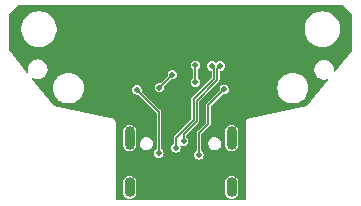
<source format=gbl>
%TF.GenerationSoftware,KiCad,Pcbnew,7.0.8*%
%TF.CreationDate,2023-10-15T21:47:16+02:00*%
%TF.ProjectId,usb-board,7573622d-626f-4617-9264-2e6b69636164,rev?*%
%TF.SameCoordinates,Original*%
%TF.FileFunction,Copper,L2,Bot*%
%TF.FilePolarity,Positive*%
%FSLAX46Y46*%
G04 Gerber Fmt 4.6, Leading zero omitted, Abs format (unit mm)*
G04 Created by KiCad (PCBNEW 7.0.8) date 2023-10-15 21:47:16*
%MOMM*%
%LPD*%
G01*
G04 APERTURE LIST*
%TA.AperFunction,ComponentPad*%
%ADD10O,0.900000X2.000000*%
%TD*%
%TA.AperFunction,ComponentPad*%
%ADD11O,0.900000X1.700000*%
%TD*%
%TA.AperFunction,ViaPad*%
%ADD12C,0.500000*%
%TD*%
%TA.AperFunction,Conductor*%
%ADD13C,0.127000*%
%TD*%
G04 APERTURE END LIST*
D10*
%TO.P,J2,S1,SHIELD*%
%TO.N,Net-(J2-SHIELD)*%
X95680000Y-104230000D03*
D11*
X95680000Y-108400000D03*
D10*
X104320000Y-104230000D03*
D11*
X104320000Y-108400000D03*
%TD*%
D12*
%TO.N,GND*%
X105900000Y-97600000D03*
X95200000Y-102800000D03*
X101525000Y-96700000D03*
X95890000Y-95110000D03*
X103600000Y-105400000D03*
X105175000Y-94225000D03*
X95850000Y-96675000D03*
X94825000Y-94250000D03*
X94850000Y-95125000D03*
X95800000Y-102300000D03*
X95900000Y-94225000D03*
X105175000Y-95100000D03*
X104650000Y-95575000D03*
X103750000Y-96725000D03*
X96400000Y-105400000D03*
X100000000Y-101800000D03*
X106800000Y-98500000D03*
X95650000Y-99900000D03*
X104102500Y-95135000D03*
X95375000Y-95575000D03*
X104100000Y-94235000D03*
X94650000Y-100700000D03*
X93600000Y-99900000D03*
X104275000Y-97425000D03*
X96750000Y-98125000D03*
X104400000Y-102700000D03*
X94650000Y-99100000D03*
X103700000Y-102400000D03*
X102500000Y-96700000D03*
X95725000Y-97425000D03*
X105500000Y-99300000D03*
%TO.N,Net-(D1-A)*%
X99300000Y-98850000D03*
X98200000Y-99950000D03*
%TO.N,Net-(D2-A)*%
X101250000Y-99500000D03*
X101250000Y-98050000D03*
%TO.N,Net-(J3-Pin_3)*%
X99600000Y-105050000D03*
X102650000Y-98125000D03*
%TO.N,Net-(J2-CC1)*%
X98150000Y-105500000D03*
X96300000Y-100150000D03*
%TO.N,Net-(J2-CC2)*%
X103700000Y-100100000D03*
X101550000Y-105650000D03*
%TO.N,Net-(J3-Pin_2)*%
X103350000Y-98125000D03*
X100250000Y-104500000D03*
%TD*%
D13*
%TO.N,Net-(D1-A)*%
X99300000Y-98850000D02*
X98200000Y-99950000D01*
%TO.N,Net-(D2-A)*%
X101250000Y-99500000D02*
X101250000Y-98050000D01*
%TO.N,Net-(J3-Pin_3)*%
X102850000Y-99190790D02*
X102850000Y-98325000D01*
X102850000Y-98325000D02*
X102650000Y-98125000D01*
X101096000Y-102694790D02*
X101096000Y-100944790D01*
X101096000Y-100944790D02*
X102850000Y-99190790D01*
X99600000Y-105050000D02*
X99600000Y-104190790D01*
X99600000Y-104190790D02*
X101096000Y-102694790D01*
%TO.N,Net-(J2-CC1)*%
X97550000Y-101400000D02*
X96300000Y-100150000D01*
X98150000Y-103300000D02*
X98150000Y-104650000D01*
X98150000Y-104650000D02*
X98150000Y-105500000D01*
X98150000Y-103200000D02*
X98150000Y-103300000D01*
X98150000Y-102000000D02*
X97550000Y-101400000D01*
X98150000Y-103300000D02*
X98150000Y-102000000D01*
%TO.N,Net-(J2-CC2)*%
X102350000Y-101450000D02*
X103700000Y-100100000D01*
X101550000Y-103800000D02*
X102350000Y-103000000D01*
X101550000Y-105650000D02*
X101550000Y-103800000D01*
X102350000Y-103000000D02*
X102350000Y-101450000D01*
%TO.N,Net-(J3-Pin_2)*%
X102925000Y-99475000D02*
X103104000Y-99296000D01*
X100250000Y-103900000D02*
X100250000Y-104500000D01*
X103104000Y-98371000D02*
X103350000Y-98125000D01*
X102925000Y-99475000D02*
X101350000Y-101050000D01*
X101350000Y-102800000D02*
X100250000Y-103900000D01*
X101350000Y-101050000D02*
X101350000Y-102800000D01*
X103104000Y-99296000D02*
X103104000Y-98371000D01*
%TD*%
%TA.AperFunction,Conductor*%
%TO.N,GND*%
G36*
X113810992Y-93018806D02*
G01*
X114481194Y-93689008D01*
X114499500Y-93733202D01*
X114499500Y-96802509D01*
X114485804Y-96841552D01*
X113082109Y-98596170D01*
X113040207Y-98619245D01*
X112994262Y-98605931D01*
X112971187Y-98564029D01*
X112971629Y-98547015D01*
X112980156Y-98495010D01*
X112980155Y-98495009D01*
X112974802Y-98396278D01*
X112970422Y-98315499D01*
X112922327Y-98142277D01*
X112838119Y-97983444D01*
X112721735Y-97846426D01*
X112645073Y-97788149D01*
X112578619Y-97737631D01*
X112487477Y-97695465D01*
X112415459Y-97662146D01*
X112415460Y-97662146D01*
X112371566Y-97652484D01*
X112239887Y-97623500D01*
X112105184Y-97623500D01*
X112105183Y-97623500D01*
X111971278Y-97638063D01*
X111971272Y-97638064D01*
X111800913Y-97695465D01*
X111646874Y-97788149D01*
X111646873Y-97788149D01*
X111516357Y-97911781D01*
X111415469Y-98060580D01*
X111348931Y-98227580D01*
X111319845Y-98404990D01*
X111319844Y-98404990D01*
X111329577Y-98584494D01*
X111329577Y-98584498D01*
X111329578Y-98584501D01*
X111339225Y-98619245D01*
X111377673Y-98757724D01*
X111377675Y-98757728D01*
X111436897Y-98869431D01*
X111461881Y-98916556D01*
X111578265Y-99053574D01*
X111666357Y-99120540D01*
X111721380Y-99162368D01*
X111721381Y-99162368D01*
X111721382Y-99162369D01*
X111884541Y-99237854D01*
X112060113Y-99276500D01*
X112060116Y-99276500D01*
X112194812Y-99276500D01*
X112194816Y-99276500D01*
X112328721Y-99261937D01*
X112429205Y-99228080D01*
X112476929Y-99231316D01*
X112508388Y-99267351D01*
X112505152Y-99315077D01*
X112497964Y-99326351D01*
X110737289Y-101527196D01*
X110700742Y-101549439D01*
X105956510Y-102498286D01*
X105944253Y-102499500D01*
X105928039Y-102499500D01*
X105881500Y-102513163D01*
X105878827Y-102513821D01*
X105866744Y-102516238D01*
X105866742Y-102516239D01*
X105846671Y-102523342D01*
X105845051Y-102523866D01*
X105789949Y-102540046D01*
X105789942Y-102540049D01*
X105784353Y-102543641D01*
X105771424Y-102549977D01*
X105765995Y-102551899D01*
X105765158Y-102552196D01*
X105718607Y-102585837D01*
X105717203Y-102586794D01*
X105706057Y-102593958D01*
X105668871Y-102617857D01*
X105664518Y-102622881D01*
X105653899Y-102632602D01*
X105648512Y-102636495D01*
X105648511Y-102636496D01*
X105613313Y-102681902D01*
X105612232Y-102683221D01*
X105574624Y-102726623D01*
X105574621Y-102726628D01*
X105571861Y-102732672D01*
X105564414Y-102744987D01*
X105560338Y-102750245D01*
X105560335Y-102750252D01*
X105539355Y-102803736D01*
X105538690Y-102805305D01*
X105514835Y-102857541D01*
X105514835Y-102857543D01*
X105513888Y-102864124D01*
X105510213Y-102878033D01*
X105507786Y-102884222D01*
X105507784Y-102884232D01*
X105502724Y-102941446D01*
X105502527Y-102943139D01*
X105499500Y-102964197D01*
X105499500Y-102976532D01*
X105499378Y-102979286D01*
X105495106Y-103027590D01*
X105495107Y-103027594D01*
X105498286Y-103043487D01*
X105499500Y-103055745D01*
X105499500Y-109437000D01*
X105481194Y-109481194D01*
X105437000Y-109499500D01*
X104384734Y-109499500D01*
X104340540Y-109481194D01*
X104322234Y-109437000D01*
X104340540Y-109392806D01*
X104376576Y-109375035D01*
X104470751Y-109362636D01*
X104470751Y-109362635D01*
X104470758Y-109362635D01*
X104611241Y-109304445D01*
X104731878Y-109211878D01*
X104824445Y-109091241D01*
X104882635Y-108950758D01*
X104897500Y-108837849D01*
X104897500Y-107962151D01*
X104882635Y-107849242D01*
X104824445Y-107708759D01*
X104731878Y-107588122D01*
X104731876Y-107588121D01*
X104731876Y-107588120D01*
X104611243Y-107495556D01*
X104611242Y-107495555D01*
X104470758Y-107437365D01*
X104470755Y-107437364D01*
X104470754Y-107437364D01*
X104470751Y-107437363D01*
X104320003Y-107417517D01*
X104319997Y-107417517D01*
X104169248Y-107437363D01*
X104169238Y-107437366D01*
X104028762Y-107495553D01*
X103908122Y-107588122D01*
X103815553Y-107708762D01*
X103757366Y-107849238D01*
X103757363Y-107849248D01*
X103742500Y-107962146D01*
X103742500Y-108837853D01*
X103757363Y-108950751D01*
X103757364Y-108950757D01*
X103757365Y-108950758D01*
X103815555Y-109091241D01*
X103908122Y-109211878D01*
X104028758Y-109304445D01*
X104169242Y-109362635D01*
X104169246Y-109362635D01*
X104169248Y-109362636D01*
X104263424Y-109375035D01*
X104304851Y-109398952D01*
X104317231Y-109445158D01*
X104293314Y-109486585D01*
X104255266Y-109499500D01*
X95744734Y-109499500D01*
X95700540Y-109481194D01*
X95682234Y-109437000D01*
X95700540Y-109392806D01*
X95736576Y-109375035D01*
X95830751Y-109362636D01*
X95830751Y-109362635D01*
X95830758Y-109362635D01*
X95971241Y-109304445D01*
X96091878Y-109211878D01*
X96184445Y-109091241D01*
X96242635Y-108950758D01*
X96257500Y-108837849D01*
X96257500Y-107962151D01*
X96242635Y-107849242D01*
X96184445Y-107708759D01*
X96091878Y-107588122D01*
X96091876Y-107588121D01*
X96091876Y-107588120D01*
X95971243Y-107495556D01*
X95971242Y-107495555D01*
X95830758Y-107437365D01*
X95830755Y-107437364D01*
X95830754Y-107437364D01*
X95830751Y-107437363D01*
X95680003Y-107417517D01*
X95679997Y-107417517D01*
X95529248Y-107437363D01*
X95529238Y-107437366D01*
X95388762Y-107495553D01*
X95268122Y-107588122D01*
X95175553Y-107708762D01*
X95117366Y-107849238D01*
X95117363Y-107849248D01*
X95102500Y-107962146D01*
X95102500Y-108837853D01*
X95117363Y-108950751D01*
X95117364Y-108950757D01*
X95117365Y-108950758D01*
X95175555Y-109091241D01*
X95268122Y-109211878D01*
X95388758Y-109304445D01*
X95529242Y-109362635D01*
X95529246Y-109362635D01*
X95529248Y-109362636D01*
X95623424Y-109375035D01*
X95664851Y-109398952D01*
X95677231Y-109445158D01*
X95653314Y-109486585D01*
X95615266Y-109499500D01*
X94563000Y-109499500D01*
X94518806Y-109481194D01*
X94500500Y-109437000D01*
X94500500Y-104817853D01*
X95102500Y-104817853D01*
X95117363Y-104930751D01*
X95117366Y-104930761D01*
X95166756Y-105050000D01*
X95175555Y-105071241D01*
X95268122Y-105191878D01*
X95388758Y-105284445D01*
X95529242Y-105342635D01*
X95529246Y-105342635D01*
X95529248Y-105342636D01*
X95679997Y-105362483D01*
X95680000Y-105362483D01*
X95680003Y-105362483D01*
X95830751Y-105342636D01*
X95830751Y-105342635D01*
X95830758Y-105342635D01*
X95971241Y-105284445D01*
X96091878Y-105191878D01*
X96184445Y-105071241D01*
X96242635Y-104930758D01*
X96257500Y-104817849D01*
X96257500Y-104747921D01*
X96555619Y-104747921D01*
X96583021Y-104879788D01*
X96586408Y-104896084D01*
X96586408Y-104896086D01*
X96622452Y-104965647D01*
X96656029Y-105030447D01*
X96710971Y-105089275D01*
X96759321Y-105141045D01*
X96770474Y-105147827D01*
X96888618Y-105219672D01*
X97034332Y-105260499D01*
X97034332Y-105260500D01*
X97034335Y-105260500D01*
X97147657Y-105260500D01*
X97147658Y-105260500D01*
X97259920Y-105245070D01*
X97398720Y-105184780D01*
X97516108Y-105089278D01*
X97603377Y-104965647D01*
X97654054Y-104823056D01*
X97664381Y-104672079D01*
X97633592Y-104523915D01*
X97563971Y-104389553D01*
X97460680Y-104278956D01*
X97460679Y-104278955D01*
X97460678Y-104278954D01*
X97351768Y-104212725D01*
X97331382Y-104200328D01*
X97331378Y-104200327D01*
X97331374Y-104200325D01*
X97185667Y-104159500D01*
X97185665Y-104159500D01*
X97072342Y-104159500D01*
X97072336Y-104159500D01*
X96960082Y-104174929D01*
X96960080Y-104174930D01*
X96821280Y-104235220D01*
X96821279Y-104235220D01*
X96821276Y-104235222D01*
X96703893Y-104330721D01*
X96703890Y-104330724D01*
X96616622Y-104454353D01*
X96565945Y-104596944D01*
X96557395Y-104721950D01*
X96555619Y-104747921D01*
X96257500Y-104747921D01*
X96257500Y-103642151D01*
X96242635Y-103529242D01*
X96184445Y-103388759D01*
X96091878Y-103268122D01*
X96091876Y-103268121D01*
X96091876Y-103268120D01*
X95971243Y-103175556D01*
X95971242Y-103175555D01*
X95830758Y-103117365D01*
X95830755Y-103117364D01*
X95830754Y-103117364D01*
X95830751Y-103117363D01*
X95680003Y-103097517D01*
X95679997Y-103097517D01*
X95529248Y-103117363D01*
X95529238Y-103117366D01*
X95388762Y-103175553D01*
X95268122Y-103268122D01*
X95175553Y-103388762D01*
X95117366Y-103529238D01*
X95117363Y-103529248D01*
X95102500Y-103642146D01*
X95102500Y-104817853D01*
X94500500Y-104817853D01*
X94500500Y-103055750D01*
X94501714Y-103043492D01*
X94501715Y-103043487D01*
X94504894Y-103027593D01*
X94503558Y-103012482D01*
X94500622Y-102979279D01*
X94500500Y-102976524D01*
X94500500Y-102964206D01*
X94500500Y-102964201D01*
X94497468Y-102943121D01*
X94497278Y-102941484D01*
X94492216Y-102884230D01*
X94489787Y-102878038D01*
X94486110Y-102864116D01*
X94485165Y-102857545D01*
X94485165Y-102857544D01*
X94474319Y-102833795D01*
X94461307Y-102805302D01*
X94460648Y-102803750D01*
X94439662Y-102750247D01*
X94435585Y-102744987D01*
X94428135Y-102732667D01*
X94425377Y-102726627D01*
X94387750Y-102683203D01*
X94386684Y-102681902D01*
X94351488Y-102636496D01*
X94351486Y-102636495D01*
X94351486Y-102636494D01*
X94346103Y-102632604D01*
X94335475Y-102622874D01*
X94331127Y-102617856D01*
X94318408Y-102609682D01*
X94282784Y-102586788D01*
X94281400Y-102585844D01*
X94234840Y-102552195D01*
X94234838Y-102552194D01*
X94232319Y-102551302D01*
X94228572Y-102549976D01*
X94215641Y-102543638D01*
X94210053Y-102540047D01*
X94154948Y-102523866D01*
X94153327Y-102523341D01*
X94133268Y-102516242D01*
X94133258Y-102516239D01*
X94121162Y-102513819D01*
X94118490Y-102513160D01*
X94071961Y-102499500D01*
X94055747Y-102499500D01*
X94043490Y-102498286D01*
X89299256Y-101549439D01*
X89262709Y-101527196D01*
X88040954Y-100000002D01*
X89194532Y-100000002D01*
X89214364Y-100226688D01*
X89214367Y-100226704D01*
X89273259Y-100446492D01*
X89273260Y-100446494D01*
X89369431Y-100652733D01*
X89499953Y-100839140D01*
X89660859Y-101000046D01*
X89728674Y-101047530D01*
X89847266Y-101130568D01*
X89847265Y-101130568D01*
X89950385Y-101178653D01*
X90053504Y-101226739D01*
X90053506Y-101226739D01*
X90053507Y-101226740D01*
X90273295Y-101285632D01*
X90273301Y-101285633D01*
X90273308Y-101285635D01*
X90443216Y-101300500D01*
X90556784Y-101300500D01*
X90726692Y-101285635D01*
X90726701Y-101285632D01*
X90726704Y-101285632D01*
X90946492Y-101226740D01*
X90946491Y-101226740D01*
X90946496Y-101226739D01*
X91152734Y-101130568D01*
X91339139Y-101000047D01*
X91500047Y-100839139D01*
X91630568Y-100652734D01*
X91726739Y-100446496D01*
X91785635Y-100226692D01*
X91792345Y-100150000D01*
X95894508Y-100150000D01*
X95914354Y-100275304D01*
X95914354Y-100275305D01*
X95955212Y-100355492D01*
X95971950Y-100388342D01*
X96061658Y-100478050D01*
X96174696Y-100535646D01*
X96300000Y-100555492D01*
X96300001Y-100555491D01*
X96300003Y-100555492D01*
X96385414Y-100541964D01*
X96431927Y-100553130D01*
X96439385Y-100559500D01*
X97940694Y-102060809D01*
X97959000Y-102105003D01*
X97959000Y-105109528D01*
X97940694Y-105153722D01*
X97924875Y-105165215D01*
X97911659Y-105171948D01*
X97911658Y-105171950D01*
X97821950Y-105261657D01*
X97764354Y-105374694D01*
X97764354Y-105374695D01*
X97744508Y-105500000D01*
X97764354Y-105625304D01*
X97764354Y-105625305D01*
X97776937Y-105650000D01*
X97821950Y-105738342D01*
X97911658Y-105828050D01*
X98024696Y-105885646D01*
X98150000Y-105905492D01*
X98275304Y-105885646D01*
X98388342Y-105828050D01*
X98478050Y-105738342D01*
X98523063Y-105650000D01*
X101144508Y-105650000D01*
X101164354Y-105775304D01*
X101164354Y-105775305D01*
X101220576Y-105885645D01*
X101221950Y-105888342D01*
X101311658Y-105978050D01*
X101424696Y-106035646D01*
X101550000Y-106055492D01*
X101675304Y-106035646D01*
X101788342Y-105978050D01*
X101878050Y-105888342D01*
X101935646Y-105775304D01*
X101955492Y-105650000D01*
X101935646Y-105524696D01*
X101878050Y-105411658D01*
X101788342Y-105321950D01*
X101788340Y-105321948D01*
X101775125Y-105315215D01*
X101744059Y-105278841D01*
X101741000Y-105259528D01*
X101741000Y-104747921D01*
X102335619Y-104747921D01*
X102363021Y-104879788D01*
X102366408Y-104896084D01*
X102366408Y-104896086D01*
X102402452Y-104965647D01*
X102436029Y-105030447D01*
X102490971Y-105089275D01*
X102539321Y-105141045D01*
X102550474Y-105147827D01*
X102668618Y-105219672D01*
X102814332Y-105260499D01*
X102814332Y-105260500D01*
X102814335Y-105260500D01*
X102927657Y-105260500D01*
X102927658Y-105260500D01*
X103039920Y-105245070D01*
X103178720Y-105184780D01*
X103296108Y-105089278D01*
X103383377Y-104965647D01*
X103434054Y-104823056D01*
X103434410Y-104817853D01*
X103742500Y-104817853D01*
X103757363Y-104930751D01*
X103757366Y-104930761D01*
X103806756Y-105050000D01*
X103815555Y-105071241D01*
X103908122Y-105191878D01*
X104028758Y-105284445D01*
X104169242Y-105342635D01*
X104169246Y-105342635D01*
X104169248Y-105342636D01*
X104319997Y-105362483D01*
X104320000Y-105362483D01*
X104320003Y-105362483D01*
X104470751Y-105342636D01*
X104470751Y-105342635D01*
X104470758Y-105342635D01*
X104611241Y-105284445D01*
X104731878Y-105191878D01*
X104824445Y-105071241D01*
X104882635Y-104930758D01*
X104897500Y-104817849D01*
X104897500Y-103642151D01*
X104882635Y-103529242D01*
X104824445Y-103388759D01*
X104731878Y-103268122D01*
X104731876Y-103268121D01*
X104731876Y-103268120D01*
X104611243Y-103175556D01*
X104611242Y-103175555D01*
X104470758Y-103117365D01*
X104470755Y-103117364D01*
X104470754Y-103117364D01*
X104470751Y-103117363D01*
X104320003Y-103097517D01*
X104319997Y-103097517D01*
X104169248Y-103117363D01*
X104169238Y-103117366D01*
X104028762Y-103175553D01*
X103908122Y-103268122D01*
X103815553Y-103388762D01*
X103757366Y-103529238D01*
X103757363Y-103529248D01*
X103742500Y-103642146D01*
X103742500Y-104817853D01*
X103434410Y-104817853D01*
X103444381Y-104672079D01*
X103413592Y-104523915D01*
X103343971Y-104389553D01*
X103240680Y-104278956D01*
X103240679Y-104278955D01*
X103240678Y-104278954D01*
X103131768Y-104212725D01*
X103111382Y-104200328D01*
X103111378Y-104200327D01*
X103111374Y-104200325D01*
X102965667Y-104159500D01*
X102965665Y-104159500D01*
X102852342Y-104159500D01*
X102852336Y-104159500D01*
X102740082Y-104174929D01*
X102740080Y-104174930D01*
X102601280Y-104235220D01*
X102601279Y-104235220D01*
X102601276Y-104235222D01*
X102483893Y-104330721D01*
X102483890Y-104330724D01*
X102396622Y-104454353D01*
X102345945Y-104596944D01*
X102337395Y-104721950D01*
X102335619Y-104747921D01*
X101741000Y-104747921D01*
X101741000Y-103905002D01*
X101759305Y-103860809D01*
X102454602Y-103165511D01*
X102471679Y-103153396D01*
X102472149Y-103153170D01*
X102491548Y-103128842D01*
X102493885Y-103126229D01*
X102500275Y-103119840D01*
X102505082Y-103112189D01*
X102507114Y-103109324D01*
X102526511Y-103085003D01*
X102526625Y-103084500D01*
X102534644Y-103065141D01*
X102534918Y-103064706D01*
X102538401Y-103033779D01*
X102538988Y-103030332D01*
X102539614Y-103027593D01*
X102541000Y-103021521D01*
X102541000Y-103012482D01*
X102541197Y-103008980D01*
X102541884Y-103002877D01*
X102544680Y-102978065D01*
X102544506Y-102977570D01*
X102541000Y-102956929D01*
X102541000Y-101555002D01*
X102559305Y-101510809D01*
X103560614Y-100509499D01*
X103604807Y-100491194D01*
X103614577Y-100491962D01*
X103700000Y-100505492D01*
X103825304Y-100485646D01*
X103938342Y-100428050D01*
X104028050Y-100338342D01*
X104085646Y-100225304D01*
X104105492Y-100100000D01*
X104089654Y-100000002D01*
X108194532Y-100000002D01*
X108214364Y-100226688D01*
X108214367Y-100226704D01*
X108273259Y-100446492D01*
X108273260Y-100446494D01*
X108369431Y-100652733D01*
X108499953Y-100839140D01*
X108660859Y-101000046D01*
X108728674Y-101047530D01*
X108847266Y-101130568D01*
X108847265Y-101130568D01*
X108950385Y-101178653D01*
X109053504Y-101226739D01*
X109053506Y-101226739D01*
X109053507Y-101226740D01*
X109273295Y-101285632D01*
X109273301Y-101285633D01*
X109273308Y-101285635D01*
X109443216Y-101300500D01*
X109556784Y-101300500D01*
X109726692Y-101285635D01*
X109726701Y-101285632D01*
X109726704Y-101285632D01*
X109946492Y-101226740D01*
X109946491Y-101226740D01*
X109946496Y-101226739D01*
X110152734Y-101130568D01*
X110339139Y-101000047D01*
X110500047Y-100839139D01*
X110630568Y-100652734D01*
X110726739Y-100446496D01*
X110785635Y-100226692D01*
X110803307Y-100024696D01*
X110805468Y-100000002D01*
X110805468Y-99999997D01*
X110793365Y-99861658D01*
X110785635Y-99773308D01*
X110785271Y-99771950D01*
X110726740Y-99553507D01*
X110726739Y-99553505D01*
X110701789Y-99500000D01*
X110630568Y-99347266D01*
X110578967Y-99273571D01*
X110500046Y-99160859D01*
X110339140Y-98999953D01*
X110220035Y-98916556D01*
X110152734Y-98869432D01*
X110152732Y-98869431D01*
X110152734Y-98869431D01*
X109946494Y-98773260D01*
X109946492Y-98773259D01*
X109726704Y-98714367D01*
X109726688Y-98714364D01*
X109556784Y-98699500D01*
X109443216Y-98699500D01*
X109273311Y-98714364D01*
X109273295Y-98714367D01*
X109053507Y-98773259D01*
X109053505Y-98773260D01*
X108847266Y-98869431D01*
X108660859Y-98999953D01*
X108499953Y-99160859D01*
X108369431Y-99347266D01*
X108273260Y-99553505D01*
X108273259Y-99553507D01*
X108214367Y-99773295D01*
X108214364Y-99773311D01*
X108194532Y-99999997D01*
X108194532Y-100000002D01*
X104089654Y-100000002D01*
X104085646Y-99974696D01*
X104028050Y-99861658D01*
X103938342Y-99771950D01*
X103825304Y-99714354D01*
X103700000Y-99694508D01*
X103574695Y-99714354D01*
X103574694Y-99714354D01*
X103461657Y-99771950D01*
X103371950Y-99861657D01*
X103314354Y-99974694D01*
X103314354Y-99974695D01*
X103294508Y-100100000D01*
X103308035Y-100185415D01*
X103296867Y-100231928D01*
X103290498Y-100239385D01*
X102245395Y-101284488D01*
X102228326Y-101296601D01*
X102227850Y-101296829D01*
X102208455Y-101321150D01*
X102206121Y-101323762D01*
X102199725Y-101330159D01*
X102199724Y-101330160D01*
X102194916Y-101337812D01*
X102192889Y-101340668D01*
X102173489Y-101364996D01*
X102173488Y-101364998D01*
X102173370Y-101365516D01*
X102165365Y-101384843D01*
X102165082Y-101385293D01*
X102165081Y-101385295D01*
X102161598Y-101416211D01*
X102161011Y-101419666D01*
X102159000Y-101428477D01*
X102159000Y-101437516D01*
X102158803Y-101441017D01*
X102155320Y-101471935D01*
X102155492Y-101472427D01*
X102159000Y-101493071D01*
X102159000Y-102894996D01*
X102140694Y-102939190D01*
X101445395Y-103634488D01*
X101428326Y-103646601D01*
X101427850Y-103646829D01*
X101408455Y-103671150D01*
X101406121Y-103673762D01*
X101399725Y-103680159D01*
X101399724Y-103680160D01*
X101394916Y-103687812D01*
X101392889Y-103690668D01*
X101373489Y-103714996D01*
X101373488Y-103714998D01*
X101373370Y-103715516D01*
X101365365Y-103734843D01*
X101365082Y-103735293D01*
X101365081Y-103735295D01*
X101361598Y-103766211D01*
X101361011Y-103769666D01*
X101359000Y-103778477D01*
X101359000Y-103787516D01*
X101358803Y-103791017D01*
X101355320Y-103821935D01*
X101355492Y-103822427D01*
X101359000Y-103843071D01*
X101359000Y-105259528D01*
X101340694Y-105303722D01*
X101324875Y-105315215D01*
X101311659Y-105321948D01*
X101311658Y-105321950D01*
X101221950Y-105411657D01*
X101164354Y-105524694D01*
X101164354Y-105524695D01*
X101144508Y-105650000D01*
X98523063Y-105650000D01*
X98535646Y-105625304D01*
X98555492Y-105500000D01*
X98535646Y-105374696D01*
X98478050Y-105261658D01*
X98388342Y-105171950D01*
X98388340Y-105171948D01*
X98375125Y-105165215D01*
X98344059Y-105128841D01*
X98341000Y-105109528D01*
X98341000Y-105050000D01*
X99194508Y-105050000D01*
X99214354Y-105175304D01*
X99214354Y-105175305D01*
X99249902Y-105245070D01*
X99271950Y-105288342D01*
X99361658Y-105378050D01*
X99474696Y-105435646D01*
X99600000Y-105455492D01*
X99725304Y-105435646D01*
X99838342Y-105378050D01*
X99928050Y-105288342D01*
X99985646Y-105175304D01*
X100005492Y-105050000D01*
X100005492Y-105049997D01*
X100005492Y-105049996D01*
X99990679Y-104956476D01*
X99985900Y-104926300D01*
X99997066Y-104879788D01*
X100037853Y-104854794D01*
X100076003Y-104860835D01*
X100124696Y-104885646D01*
X100250000Y-104905492D01*
X100375304Y-104885646D01*
X100488342Y-104828050D01*
X100578050Y-104738342D01*
X100635646Y-104625304D01*
X100655492Y-104500000D01*
X100635646Y-104374696D01*
X100578050Y-104261658D01*
X100488342Y-104171950D01*
X100488340Y-104171948D01*
X100475125Y-104165215D01*
X100444059Y-104128841D01*
X100441000Y-104109528D01*
X100441000Y-104005002D01*
X100459305Y-103960809D01*
X101454602Y-102965511D01*
X101471679Y-102953396D01*
X101472149Y-102953170D01*
X101491548Y-102928842D01*
X101493885Y-102926229D01*
X101500275Y-102919840D01*
X101505082Y-102912189D01*
X101507114Y-102909324D01*
X101518541Y-102894996D01*
X101526511Y-102885003D01*
X101526625Y-102884500D01*
X101534644Y-102865141D01*
X101534918Y-102864706D01*
X101538401Y-102833779D01*
X101538988Y-102830332D01*
X101541000Y-102821521D01*
X101541000Y-102812482D01*
X101541197Y-102808980D01*
X101541884Y-102802877D01*
X101544680Y-102778065D01*
X101544506Y-102777570D01*
X101541000Y-102756929D01*
X101541000Y-101155003D01*
X101559306Y-101110809D01*
X103075275Y-99594840D01*
X103208605Y-99461508D01*
X103225679Y-99449396D01*
X103226149Y-99449170D01*
X103245548Y-99424842D01*
X103247885Y-99422229D01*
X103254275Y-99415840D01*
X103259082Y-99408189D01*
X103261114Y-99405324D01*
X103280511Y-99381003D01*
X103280625Y-99380500D01*
X103288644Y-99361141D01*
X103288918Y-99360706D01*
X103292401Y-99329779D01*
X103292988Y-99326332D01*
X103295000Y-99317521D01*
X103295000Y-99308482D01*
X103295197Y-99304980D01*
X103295884Y-99298877D01*
X103298680Y-99274065D01*
X103298506Y-99273570D01*
X103295000Y-99252929D01*
X103295000Y-98592583D01*
X103313306Y-98548389D01*
X103347723Y-98530852D01*
X103349997Y-98530491D01*
X103350000Y-98530492D01*
X103475304Y-98510646D01*
X103588342Y-98453050D01*
X103678050Y-98363342D01*
X103735646Y-98250304D01*
X103755492Y-98125000D01*
X103735646Y-97999696D01*
X103678050Y-97886658D01*
X103588342Y-97796950D01*
X103475304Y-97739354D01*
X103350000Y-97719508D01*
X103224695Y-97739354D01*
X103224694Y-97739354D01*
X103111657Y-97796950D01*
X103044194Y-97864414D01*
X103000000Y-97882720D01*
X102955806Y-97864414D01*
X102888342Y-97796950D01*
X102775304Y-97739354D01*
X102650000Y-97719508D01*
X102524695Y-97739354D01*
X102524694Y-97739354D01*
X102411657Y-97796950D01*
X102321950Y-97886657D01*
X102264354Y-97999694D01*
X102264354Y-97999695D01*
X102244508Y-98125000D01*
X102264354Y-98250304D01*
X102264354Y-98250305D01*
X102297573Y-98315500D01*
X102321950Y-98363342D01*
X102411658Y-98453050D01*
X102524696Y-98510646D01*
X102606279Y-98523567D01*
X102647063Y-98548560D01*
X102659000Y-98585297D01*
X102659000Y-99085786D01*
X102640694Y-99129980D01*
X100991395Y-100779278D01*
X100974326Y-100791391D01*
X100973850Y-100791619D01*
X100954455Y-100815940D01*
X100952121Y-100818552D01*
X100945725Y-100824949D01*
X100945724Y-100824950D01*
X100940916Y-100832602D01*
X100938889Y-100835458D01*
X100919489Y-100859786D01*
X100919488Y-100859788D01*
X100919370Y-100860306D01*
X100911365Y-100879633D01*
X100911082Y-100880083D01*
X100911081Y-100880085D01*
X100907598Y-100911001D01*
X100907011Y-100914456D01*
X100905000Y-100923267D01*
X100905000Y-100932306D01*
X100904803Y-100935807D01*
X100901320Y-100966725D01*
X100901492Y-100967217D01*
X100905000Y-100987861D01*
X100905000Y-102589786D01*
X100886694Y-102633980D01*
X99495395Y-104025278D01*
X99478326Y-104037391D01*
X99477850Y-104037619D01*
X99458455Y-104061940D01*
X99456121Y-104064552D01*
X99449725Y-104070949D01*
X99449724Y-104070950D01*
X99444916Y-104078602D01*
X99442889Y-104081458D01*
X99423489Y-104105786D01*
X99423488Y-104105788D01*
X99423370Y-104106306D01*
X99415365Y-104125633D01*
X99415082Y-104126083D01*
X99415081Y-104126085D01*
X99411598Y-104157001D01*
X99411011Y-104160456D01*
X99409000Y-104169267D01*
X99409000Y-104178306D01*
X99408803Y-104181807D01*
X99405320Y-104212725D01*
X99405492Y-104213217D01*
X99409000Y-104233861D01*
X99409000Y-104659528D01*
X99390694Y-104703722D01*
X99374875Y-104715215D01*
X99361659Y-104721948D01*
X99361658Y-104721950D01*
X99271950Y-104811657D01*
X99214354Y-104924694D01*
X99214354Y-104924695D01*
X99194508Y-105050000D01*
X98341000Y-105050000D01*
X98341000Y-102043071D01*
X98344508Y-102022427D01*
X98344531Y-102022360D01*
X98344680Y-102021935D01*
X98342365Y-102001391D01*
X98341197Y-101991017D01*
X98341000Y-101987516D01*
X98341000Y-101978477D01*
X98338988Y-101969667D01*
X98338401Y-101966219D01*
X98334918Y-101935294D01*
X98334639Y-101934851D01*
X98326625Y-101915498D01*
X98326511Y-101914997D01*
X98307109Y-101890668D01*
X98305079Y-101887806D01*
X98304680Y-101887172D01*
X98300275Y-101880160D01*
X98293881Y-101873766D01*
X98291544Y-101871151D01*
X98272148Y-101846829D01*
X98271828Y-101846675D01*
X98271671Y-101846600D01*
X98254601Y-101834486D01*
X96709500Y-100289385D01*
X96691194Y-100245191D01*
X96691964Y-100235414D01*
X96705492Y-100150003D01*
X96705492Y-100150002D01*
X96705492Y-100150000D01*
X96685646Y-100024696D01*
X96647586Y-99950000D01*
X97794508Y-99950000D01*
X97814354Y-100075304D01*
X97814354Y-100075305D01*
X97826937Y-100100000D01*
X97871950Y-100188342D01*
X97961658Y-100278050D01*
X98074696Y-100335646D01*
X98200000Y-100355492D01*
X98325304Y-100335646D01*
X98438342Y-100278050D01*
X98528050Y-100188342D01*
X98585646Y-100075304D01*
X98605492Y-99950000D01*
X98591963Y-99864582D01*
X98603130Y-99818070D01*
X98609494Y-99810619D01*
X98920113Y-99500000D01*
X100844508Y-99500000D01*
X100864354Y-99625304D01*
X100864354Y-99625305D01*
X100899615Y-99694508D01*
X100921950Y-99738342D01*
X101011658Y-99828050D01*
X101124696Y-99885646D01*
X101250000Y-99905492D01*
X101375304Y-99885646D01*
X101488342Y-99828050D01*
X101578050Y-99738342D01*
X101635646Y-99625304D01*
X101655492Y-99500000D01*
X101635646Y-99374696D01*
X101578050Y-99261658D01*
X101488342Y-99171950D01*
X101488340Y-99171948D01*
X101475125Y-99165215D01*
X101444059Y-99128841D01*
X101441000Y-99109528D01*
X101441000Y-98440472D01*
X101459306Y-98396278D01*
X101475126Y-98384784D01*
X101477271Y-98383690D01*
X101488342Y-98378050D01*
X101578050Y-98288342D01*
X101635646Y-98175304D01*
X101655492Y-98050000D01*
X101635646Y-97924696D01*
X101578050Y-97811658D01*
X101488342Y-97721950D01*
X101375304Y-97664354D01*
X101250000Y-97644508D01*
X101124695Y-97664354D01*
X101124694Y-97664354D01*
X101011657Y-97721950D01*
X100921950Y-97811657D01*
X100864354Y-97924694D01*
X100864354Y-97924695D01*
X100844508Y-98050000D01*
X100864354Y-98175304D01*
X100864354Y-98175305D01*
X100921950Y-98288342D01*
X101011658Y-98378050D01*
X101024874Y-98384784D01*
X101055941Y-98421158D01*
X101059000Y-98440472D01*
X101059000Y-99109528D01*
X101040694Y-99153722D01*
X101024875Y-99165215D01*
X101011659Y-99171948D01*
X101011658Y-99171950D01*
X100921950Y-99261657D01*
X100864354Y-99374694D01*
X100864354Y-99374695D01*
X100844508Y-99500000D01*
X98920113Y-99500000D01*
X99160614Y-99259499D01*
X99204807Y-99241194D01*
X99214577Y-99241962D01*
X99300000Y-99255492D01*
X99425304Y-99235646D01*
X99538342Y-99178050D01*
X99628050Y-99088342D01*
X99685646Y-98975304D01*
X99705492Y-98850000D01*
X99685646Y-98724696D01*
X99628050Y-98611658D01*
X99538342Y-98521950D01*
X99425304Y-98464354D01*
X99300000Y-98444508D01*
X99174695Y-98464354D01*
X99174694Y-98464354D01*
X99061657Y-98521950D01*
X98971950Y-98611657D01*
X98914354Y-98724694D01*
X98914354Y-98724695D01*
X98894508Y-98850000D01*
X98908035Y-98935415D01*
X98896867Y-98981928D01*
X98890498Y-98989385D01*
X98339385Y-99540498D01*
X98295191Y-99558804D01*
X98285415Y-99558035D01*
X98200000Y-99544508D01*
X98074695Y-99564354D01*
X98074694Y-99564354D01*
X97961657Y-99621950D01*
X97871950Y-99711657D01*
X97814354Y-99824694D01*
X97814354Y-99824695D01*
X97794508Y-99950000D01*
X96647586Y-99950000D01*
X96628050Y-99911658D01*
X96538342Y-99821950D01*
X96425304Y-99764354D01*
X96300000Y-99744508D01*
X96174695Y-99764354D01*
X96174694Y-99764354D01*
X96061657Y-99821950D01*
X95971950Y-99911657D01*
X95914354Y-100024694D01*
X95914354Y-100024695D01*
X95894508Y-100150000D01*
X91792345Y-100150000D01*
X91803307Y-100024696D01*
X91805468Y-100000002D01*
X91805468Y-99999997D01*
X91793365Y-99861658D01*
X91785635Y-99773308D01*
X91785271Y-99771950D01*
X91726740Y-99553507D01*
X91726739Y-99553505D01*
X91701789Y-99500000D01*
X91630568Y-99347266D01*
X91578967Y-99273571D01*
X91500046Y-99160859D01*
X91339140Y-98999953D01*
X91220035Y-98916556D01*
X91152734Y-98869432D01*
X91152732Y-98869431D01*
X91152734Y-98869431D01*
X90946494Y-98773260D01*
X90946492Y-98773259D01*
X90726704Y-98714367D01*
X90726688Y-98714364D01*
X90556784Y-98699500D01*
X90443216Y-98699500D01*
X90273311Y-98714364D01*
X90273295Y-98714367D01*
X90053507Y-98773259D01*
X90053505Y-98773260D01*
X89847266Y-98869431D01*
X89660859Y-98999953D01*
X89499953Y-99160859D01*
X89369431Y-99347266D01*
X89273260Y-99553505D01*
X89273259Y-99553507D01*
X89214367Y-99773295D01*
X89214364Y-99773311D01*
X89194532Y-99999997D01*
X89194532Y-100000002D01*
X88040954Y-100000002D01*
X87413998Y-99216307D01*
X87400684Y-99170362D01*
X87423759Y-99128460D01*
X87469704Y-99115146D01*
X87489041Y-99120538D01*
X87634541Y-99187854D01*
X87810113Y-99226500D01*
X87810116Y-99226500D01*
X87944812Y-99226500D01*
X87944816Y-99226500D01*
X88078721Y-99211937D01*
X88249085Y-99154535D01*
X88403126Y-99061851D01*
X88533642Y-98938220D01*
X88634529Y-98789423D01*
X88701070Y-98622416D01*
X88730155Y-98445010D01*
X88720422Y-98265499D01*
X88672327Y-98092277D01*
X88588119Y-97933444D01*
X88471735Y-97796426D01*
X88373764Y-97721950D01*
X88328619Y-97687631D01*
X88237477Y-97645465D01*
X88165459Y-97612146D01*
X88165460Y-97612146D01*
X88121566Y-97602484D01*
X87989887Y-97573500D01*
X87855184Y-97573500D01*
X87855183Y-97573500D01*
X87721278Y-97588063D01*
X87721272Y-97588064D01*
X87550913Y-97645465D01*
X87396874Y-97738149D01*
X87396873Y-97738149D01*
X87266357Y-97861781D01*
X87165469Y-98010580D01*
X87098931Y-98177580D01*
X87098930Y-98177582D01*
X87098930Y-98177584D01*
X87090733Y-98227584D01*
X87069845Y-98354990D01*
X87069844Y-98354990D01*
X87079577Y-98534494D01*
X87079577Y-98534498D01*
X87079578Y-98534501D01*
X87096700Y-98596170D01*
X87110082Y-98644367D01*
X87104266Y-98691847D01*
X87066580Y-98721309D01*
X87019100Y-98715493D01*
X87001056Y-98700130D01*
X86938887Y-98622419D01*
X85514196Y-96841554D01*
X85500500Y-96802511D01*
X85500500Y-95124335D01*
X86499500Y-95124335D01*
X86540429Y-95369614D01*
X86621172Y-95604810D01*
X86702301Y-95754723D01*
X86739525Y-95823508D01*
X86739526Y-95823510D01*
X86892257Y-96019738D01*
X86892260Y-96019742D01*
X87075211Y-96188161D01*
X87075213Y-96188162D01*
X87075215Y-96188164D01*
X87283393Y-96324173D01*
X87511119Y-96424063D01*
X87752179Y-96485108D01*
X87937933Y-96500500D01*
X87937935Y-96500500D01*
X88062065Y-96500500D01*
X88062067Y-96500500D01*
X88247821Y-96485108D01*
X88488881Y-96424063D01*
X88716607Y-96324173D01*
X88924785Y-96188164D01*
X89107738Y-96019744D01*
X89260474Y-95823509D01*
X89378828Y-95604810D01*
X89459571Y-95369614D01*
X89500500Y-95124335D01*
X110499500Y-95124335D01*
X110540429Y-95369614D01*
X110621172Y-95604810D01*
X110702301Y-95754723D01*
X110739525Y-95823508D01*
X110739526Y-95823510D01*
X110892257Y-96019738D01*
X110892260Y-96019742D01*
X111075211Y-96188161D01*
X111075213Y-96188162D01*
X111075215Y-96188164D01*
X111283393Y-96324173D01*
X111511119Y-96424063D01*
X111752179Y-96485108D01*
X111937933Y-96500500D01*
X111937935Y-96500500D01*
X112062065Y-96500500D01*
X112062067Y-96500500D01*
X112247821Y-96485108D01*
X112488881Y-96424063D01*
X112716607Y-96324173D01*
X112924785Y-96188164D01*
X113107738Y-96019744D01*
X113260474Y-95823509D01*
X113378828Y-95604810D01*
X113459571Y-95369614D01*
X113500500Y-95124335D01*
X113500500Y-94875665D01*
X113459571Y-94630386D01*
X113378828Y-94395190D01*
X113260474Y-94176491D01*
X113260473Y-94176489D01*
X113107742Y-93980261D01*
X113107739Y-93980257D01*
X112924788Y-93811838D01*
X112924783Y-93811835D01*
X112716612Y-93675830D01*
X112716609Y-93675828D01*
X112488883Y-93575938D01*
X112488881Y-93575937D01*
X112247821Y-93514892D01*
X112062067Y-93499500D01*
X111937933Y-93499500D01*
X111752179Y-93514892D01*
X111511119Y-93575937D01*
X111511117Y-93575937D01*
X111511116Y-93575938D01*
X111283390Y-93675828D01*
X111283387Y-93675830D01*
X111075216Y-93811835D01*
X111075211Y-93811838D01*
X110892260Y-93980257D01*
X110892257Y-93980261D01*
X110739526Y-94176489D01*
X110739525Y-94176491D01*
X110658396Y-94326404D01*
X110621172Y-94395190D01*
X110540429Y-94630386D01*
X110499500Y-94875665D01*
X110499500Y-95124335D01*
X89500500Y-95124335D01*
X89500500Y-94875665D01*
X89459571Y-94630386D01*
X89378828Y-94395190D01*
X89260474Y-94176491D01*
X89260473Y-94176489D01*
X89107742Y-93980261D01*
X89107739Y-93980257D01*
X88924788Y-93811838D01*
X88924783Y-93811835D01*
X88716612Y-93675830D01*
X88716609Y-93675828D01*
X88488883Y-93575938D01*
X88488881Y-93575937D01*
X88247821Y-93514892D01*
X88062067Y-93499500D01*
X87937933Y-93499500D01*
X87752179Y-93514892D01*
X87511119Y-93575937D01*
X87511117Y-93575937D01*
X87511116Y-93575938D01*
X87283390Y-93675828D01*
X87283387Y-93675830D01*
X87075216Y-93811835D01*
X87075211Y-93811838D01*
X86892260Y-93980257D01*
X86892257Y-93980261D01*
X86739526Y-94176489D01*
X86739525Y-94176491D01*
X86658396Y-94326404D01*
X86621172Y-94395190D01*
X86540429Y-94630386D01*
X86499500Y-94875665D01*
X86499500Y-95124335D01*
X85500500Y-95124335D01*
X85500500Y-93733202D01*
X85518806Y-93689008D01*
X86189008Y-93018806D01*
X86233202Y-93000500D01*
X113766798Y-93000500D01*
X113810992Y-93018806D01*
G37*
%TD.AperFunction*%
%TD*%
M02*

</source>
